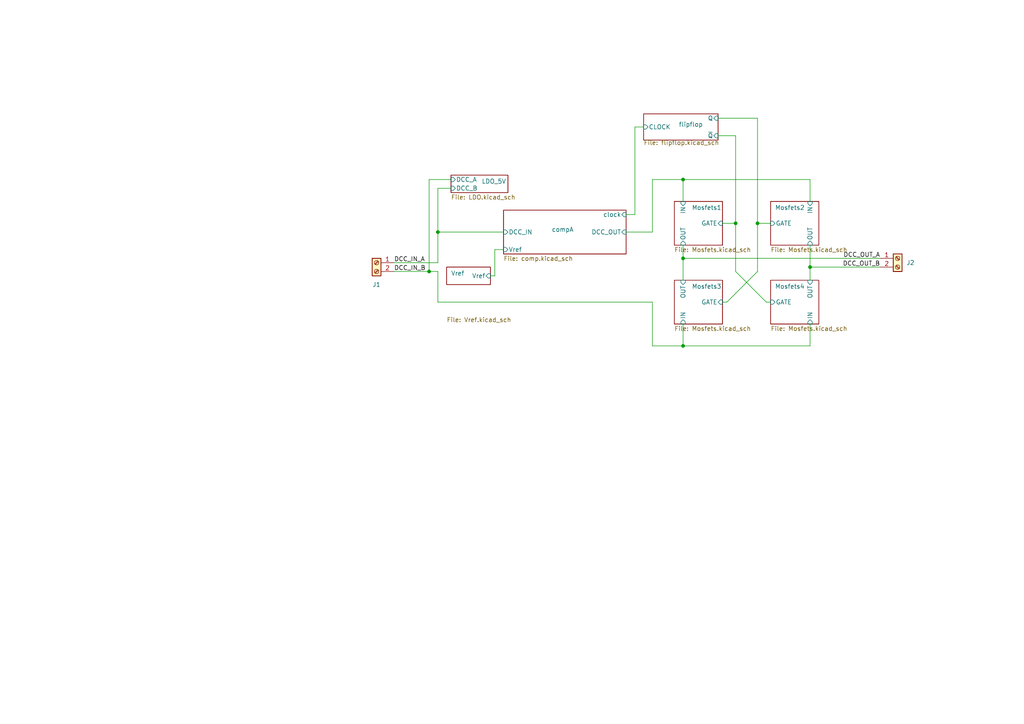
<source format=kicad_sch>
(kicad_sch (version 20231120) (generator "eeschema") (generator_version "8.0")
  (paper "A4")
  (lib_symbols
    (symbol "Connector:Screw_Terminal_01x02" (pin_names (offset 1.016) hide)
      (property "Reference" "J" (at 0 2.54 0))
      (property "Value" "Screw_Terminal_01x02" (at 0 -5.08 0))
      (symbol "Screw_Terminal_01x02_1_1"
        (rectangle (start -1.27 1.27) (end 1.27 -3.81) (stroke (width 0.254)) (fill (type background)))
        (circle (center 0 -2.54) (radius 0.635) (stroke (width 0.1524)))
        (polyline (pts (xy -0.5334 -2.2098) (xy 0.3302 -3.048)) (stroke (width 0.1524)))
        (polyline (pts (xy -0.5334 0.3302) (xy 0.3302 -0.508)) (stroke (width 0.1524)))
        (polyline (pts (xy -0.3556 -2.032) (xy 0.508 -2.8702)) (stroke (width 0.1524)))
        (polyline (pts (xy -0.3556 0.508) (xy 0.508 -0.3302)) (stroke (width 0.1524)))
        (circle (center 0 0) (radius 0.635) (stroke (width 0.1524)))
        (pin passive line (at -5.08 0 0) (length 3.81) (name "Pin_1") (number "1"))
        (pin passive line (at -5.08 -2.54 0) (length 3.81) (name "Pin_2") (number "2"))
      )
    )
  )
  (junction (at 198.12 52.07))
  (junction (at 198.12 74.93))
  (junction (at 219.71 64.77))
  (junction (at 198.12 100.33))
  (junction (at 124.46 78.74))
  (junction (at 127 67.31))
  (junction (at 213.36 64.77))
  (junction (at 234.95 77.47))
  (wire (pts (xy 219.71 34.29) (xy 219.71 64.77)))
  (wire (pts (xy 213.36 64.77) (xy 213.36 78.74)))
  (wire (pts (xy 223.52 87.63) (xy 222.25 87.63)))
  (wire (pts (xy 234.95 77.47) (xy 255.27 77.47)))
  (wire (pts (xy 124.46 52.07) (xy 130.81 52.07)))
  (wire (pts (xy 142.24 80.01) (xy 143.51 80.01)))
  (wire (pts (xy 189.23 87.63) (xy 189.23 100.33)))
  (wire (pts (xy 198.12 74.93) (xy 198.12 81.28)))
  (wire (pts (xy 114.3 76.2) (xy 127 76.2)))
  (wire (pts (xy 143.51 80.01) (xy 143.51 72.39)))
  (wire (pts (xy 198.12 52.07) (xy 198.12 58.42)))
  (wire (pts (xy 198.12 100.33) (xy 198.12 93.98)))
  (wire (pts (xy 143.51 72.39) (xy 146.05 72.39)))
  (wire (pts (xy 234.95 58.42) (xy 234.95 52.07)))
  (wire (pts (xy 198.12 74.93) (xy 255.27 74.93)))
  (wire (pts (xy 127 54.61) (xy 127 67.31)))
  (wire (pts (xy 127 78.74) (xy 127 87.63)))
  (wire (pts (xy 198.12 71.12) (xy 198.12 74.93)))
  (wire (pts (xy 219.71 64.77) (xy 223.52 64.77)))
  (wire (pts (xy 209.55 64.77) (xy 213.36 64.77)))
  (wire (pts (xy 189.23 100.33) (xy 198.12 100.33)))
  (wire (pts (xy 130.81 54.61) (xy 127 54.61)))
  (wire (pts (xy 210.82 87.63) (xy 219.71 78.74)))
  (wire (pts (xy 209.55 87.63) (xy 210.82 87.63)))
  (wire (pts (xy 184.15 36.83) (xy 186.69 36.83)))
  (wire (pts (xy 184.15 62.23) (xy 184.15 36.83)))
  (wire (pts (xy 208.28 39.37) (xy 213.36 39.37)))
  (wire (pts (xy 222.25 87.63) (xy 213.36 78.74)))
  (wire (pts (xy 234.95 100.33) (xy 198.12 100.33)))
  (wire (pts (xy 189.23 67.31) (xy 189.23 52.07)))
  (wire (pts (xy 234.95 77.47) (xy 234.95 81.28)))
  (wire (pts (xy 234.95 71.12) (xy 234.95 77.47)))
  (wire (pts (xy 124.46 52.07) (xy 124.46 78.74)))
  (wire (pts (xy 127 87.63) (xy 189.23 87.63)))
  (wire (pts (xy 124.46 78.74) (xy 127 78.74)))
  (wire (pts (xy 114.3 78.74) (xy 124.46 78.74)))
  (wire (pts (xy 181.61 62.23) (xy 184.15 62.23)))
  (wire (pts (xy 234.95 52.07) (xy 198.12 52.07)))
  (wire (pts (xy 213.36 39.37) (xy 213.36 64.77)))
  (wire (pts (xy 219.71 64.77) (xy 219.71 78.74)))
  (wire (pts (xy 127 76.2) (xy 127 67.31)))
  (wire (pts (xy 189.23 52.07) (xy 198.12 52.07)))
  (wire (pts (xy 127 67.31) (xy 146.05 67.31)))
  (wire (pts (xy 234.95 93.98) (xy 234.95 100.33)))
  (wire (pts (xy 181.61 67.31) (xy 189.23 67.31)))
  (wire (pts (xy 208.28 34.29) (xy 219.71 34.29)))
  (label "DCC_IN_B" (at 114.3 78.74 0))
  (label "DCC_OUT_A" (at 255.27 74.93 180))
  (label "DCC_IN_A" (at 114.3 76.2 0))
  (label "DCC_OUT_B" (at 255.27 77.47 180))
  (symbol (lib_id "Connector:Screw_Terminal_01x02") (at 260.35 74.93 0) (unit 1)
    (property "Reference" "J2" (at 262.89 76.2 0) (effects (justify left)))
    (property "Value" "Screw_Terminal_01x02" (effects (hide yes)))
    (property "Footprint" "TerminalBlock_Phoenix:TerminalBlock_Phoenix_MKDS-1,5-2-5.08_1x02_P5.08mm_Horizontal" (effects (hide yes)))
  )
  (symbol (lib_id "Connector:Screw_Terminal_01x02") (at 109.22 76.2 0) (mirror y) (unit 1)
    (property "Reference" "J1" (at 109.22 82.55 0))
    (property "Value" "Screw_Terminal_01x02" (effects (hide yes)))
    (property "Footprint" "TerminalBlock_Phoenix:TerminalBlock_Phoenix_MKDS-1,5-2-5.08_1x02_P5.08mm_Horizontal" (effects (hide yes)))
  )
  (sheet (at 195.58 81.28) (size 13.97 12.7) (stroke (width 0.1524))
    (property "Sheetname" "Mosfets3" (at 200.66 83.82 0) (effects (justify left bottom)))
    (property "Sheetfile" "Mosfets.kicad_sch" (at 195.58 94.5646 0) (effects (justify left top)))
    (pin "OUT" input (at 198.12 81.28 90))
    (pin "GATE" input (at 209.55 87.63 0))
    (pin "IN" input (at 198.12 93.98 270))
  )
  (sheet (at 195.58 58.42) (size 13.97 12.7) (stroke (width 0.1524))
    (property "Sheetname" "Mosfets1" (at 200.66 60.96 0) (effects (justify left bottom)))
    (property "Sheetfile" "Mosfets.kicad_sch" (at 195.58 71.7046 0) (effects (justify left top)))
    (pin "OUT" input (at 198.12 71.12 270))
    (pin "GATE" input (at 209.55 64.77 0))
    (pin "IN" input (at 198.12 58.42 90))
  )
  (sheet (at 223.52 58.42) (size 13.97 12.7) (stroke (width 0.1524))
    (property "Sheetname" "Mosfets2" (at 224.79 60.96 0) (effects (justify left bottom)))
    (property "Sheetfile" "Mosfets.kicad_sch" (at 223.52 71.7046 0) (effects (justify left top)))
    (pin "OUT" input (at 234.95 71.12 270))
    (pin "GATE" input (at 223.52 64.77 180))
    (pin "IN" input (at 234.95 58.42 90))
  )
  (sheet (at 223.52 81.28) (size 13.97 12.7) (stroke (width 0.1524))
    (property "Sheetname" "Mosfets4" (at 224.79 83.82 0) (effects (justify left bottom)))
    (property "Sheetfile" "Mosfets.kicad_sch" (at 223.52 94.5646 0) (effects (justify left top)))
    (pin "OUT" input (at 234.95 81.28 90))
    (pin "GATE" input (at 223.52 87.63 180))
    (pin "IN" input (at 234.95 93.98 270))
  )
  (sheet (at 129.54 77.47) (size 12.7 5.08) (stroke (width 0.1524))
    (property "Sheetname" "Vref" (at 130.81 80.01 0) (effects (justify left bottom)))
    (property "Sheetfile" "Vref.kicad_sch" (at 129.54 92.0246 0) (effects (justify left top)))
    (pin "Vref" input (at 142.24 80.01 0))
  )
  (sheet (at 186.69 33.02) (size 21.59 7.62) (stroke (width 0.1524))
    (property "Sheetname" "flipflop" (at 196.85 36.83 0) (effects (justify left bottom)))
    (property "Sheetfile" "flipflop.kicad_sch" (at 186.69 40.64 0) (effects (justify left top)))
    (pin "~{Q}" input (at 208.28 39.37 0))
    (pin "CLOCK" input (at 186.69 36.83 180))
    (pin "Q" input (at 208.28 34.29 0))
  )
  (sheet (at 146.05 60.96) (size 35.56 12.7) (stroke (width 0.1524))
    (property "Sheetname" "compA" (at 160.02 67.31 0) (effects (justify left bottom)))
    (property "Sheetfile" "comp.kicad_sch" (at 146.05 74.2446 0) (effects (justify left top)))
    (pin "clock" input (at 181.61 62.23 0))
    (pin "Vref" input (at 146.05 72.39 180))
    (pin "DCC_IN" input (at 146.05 67.31 180))
    (pin "DCC_OUT" input (at 181.61 67.31 0))
  )
  (sheet (at 130.81 50.8) (size 16.51 5.08) (stroke (width 0.1524))
    (property "Sheetname" "LDO_5V" (at 139.7 53.34 0) (effects (justify left bottom)))
    (property "Sheetfile" "LDO.kicad_sch" (at 130.81 56.4646 0) (effects (justify left top)))
    (pin "DCC_B" input (at 130.81 54.61 180))
    (pin "DCC_A" input (at 130.81 52.07 180))
  )
)
</source>
